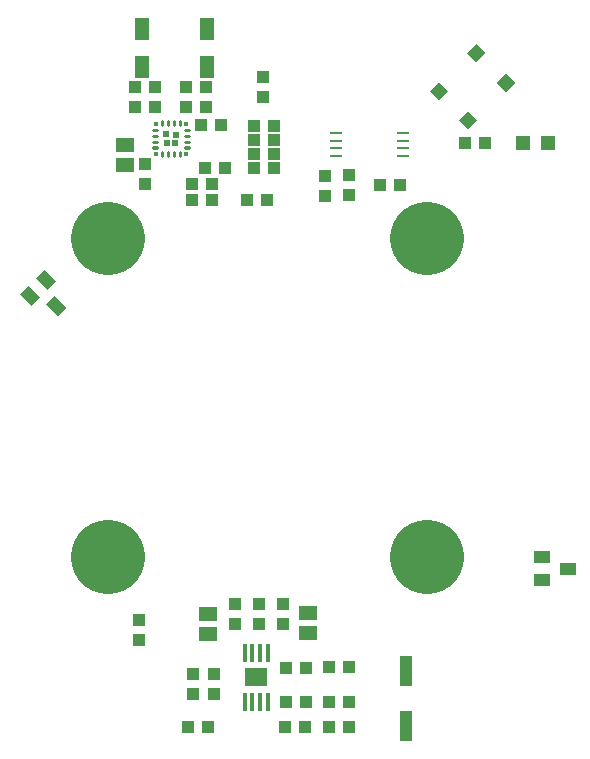
<source format=gtp>
G75*
%MOIN*%
%OFA0B0*%
%FSLAX24Y24*%
%IPPOS*%
%LPD*%
%AMOC8*
5,1,8,0,0,1.08239X$1,22.5*
%
%ADD10C,0.0105*%
%ADD11R,0.0134X0.0134*%
%ADD12R,0.0226X0.0231*%
%ADD13R,0.0225X0.0241*%
%ADD14R,0.0239X0.0240*%
%ADD15R,0.0242X0.0234*%
%ADD16R,0.0433X0.0394*%
%ADD17R,0.0394X0.0433*%
%ADD18R,0.0394X0.0098*%
%ADD19R,0.0591X0.0512*%
%ADD20R,0.0394X0.0551*%
%ADD21R,0.0433X0.0433*%
%ADD22R,0.0394X0.1024*%
%ADD23R,0.0512X0.0748*%
%ADD24R,0.0551X0.0394*%
%ADD25C,0.2417*%
%ADD26R,0.0157X0.0630*%
%ADD27R,0.0744X0.0618*%
%ADD28R,0.0472X0.0472*%
D10*
X010442Y021958D02*
X010448Y021958D01*
X010442Y021958D02*
X010442Y022094D01*
X010448Y022094D01*
X010448Y021958D01*
X010448Y022062D02*
X010442Y022062D01*
X010639Y021958D02*
X010645Y021958D01*
X010639Y021958D02*
X010639Y022094D01*
X010645Y022094D01*
X010645Y021958D01*
X010645Y022062D02*
X010639Y022062D01*
X010836Y021958D02*
X010842Y021958D01*
X010836Y021958D02*
X010836Y022094D01*
X010842Y022094D01*
X010842Y021958D01*
X010842Y022062D02*
X010836Y022062D01*
X011033Y021958D02*
X011039Y021958D01*
X011033Y021958D02*
X011033Y022094D01*
X011039Y022094D01*
X011039Y021958D01*
X011039Y022062D02*
X011033Y022062D01*
X011198Y022253D02*
X011198Y022259D01*
X011334Y022259D01*
X011334Y022253D01*
X011198Y022253D01*
X011198Y022450D02*
X011198Y022456D01*
X011334Y022456D01*
X011334Y022450D01*
X011198Y022450D01*
X011198Y022647D02*
X011198Y022653D01*
X011334Y022653D01*
X011334Y022647D01*
X011198Y022647D01*
X011198Y022844D02*
X011198Y022850D01*
X011334Y022850D01*
X011334Y022844D01*
X011198Y022844D01*
X011039Y023145D02*
X011033Y023145D01*
X011039Y023145D02*
X011039Y023009D01*
X011033Y023009D01*
X011033Y023145D01*
X011039Y023113D02*
X011033Y023113D01*
X010842Y023145D02*
X010836Y023145D01*
X010842Y023145D02*
X010842Y023009D01*
X010836Y023009D01*
X010836Y023145D01*
X010842Y023113D02*
X010836Y023113D01*
X010645Y023145D02*
X010639Y023145D01*
X010645Y023145D02*
X010645Y023009D01*
X010639Y023009D01*
X010639Y023145D01*
X010645Y023113D02*
X010639Y023113D01*
X010448Y023145D02*
X010442Y023145D01*
X010448Y023145D02*
X010448Y023009D01*
X010442Y023009D01*
X010442Y023145D01*
X010448Y023113D02*
X010442Y023113D01*
X010283Y022850D02*
X010283Y022844D01*
X010147Y022844D01*
X010147Y022850D01*
X010283Y022850D01*
X010283Y022653D02*
X010283Y022647D01*
X010147Y022647D01*
X010147Y022653D01*
X010283Y022653D01*
X010283Y022456D02*
X010283Y022450D01*
X010147Y022450D01*
X010147Y022456D01*
X010283Y022456D01*
X010283Y022259D02*
X010283Y022253D01*
X010147Y022253D01*
X010147Y022259D01*
X010283Y022259D01*
D11*
X010243Y022050D03*
X011239Y022054D03*
X011239Y023050D03*
X010243Y023050D03*
D12*
X010588Y022392D03*
D13*
X010587Y022691D03*
D14*
X010888Y022690D03*
D15*
X010886Y022396D03*
D16*
X011721Y022996D03*
X011906Y023615D03*
X012390Y022996D03*
X013516Y022985D03*
X013516Y022512D03*
X013516Y022040D03*
X013516Y021567D03*
X014185Y021567D03*
X014185Y022040D03*
X014185Y022512D03*
X014185Y022985D03*
X012532Y021567D03*
X011863Y021567D03*
X012099Y021056D03*
X012099Y020504D03*
X011430Y020504D03*
X011430Y021056D03*
X013280Y020504D03*
X013949Y020504D03*
X011237Y023615D03*
X011233Y024284D03*
X011902Y024284D03*
X010209Y024284D03*
X009540Y024284D03*
X009540Y023615D03*
X010209Y023615D03*
X017689Y021016D03*
X018359Y021016D03*
X020524Y022414D03*
X021193Y022414D03*
X016661Y004926D03*
X015992Y004926D03*
X015226Y004917D03*
X014556Y004917D03*
X014555Y003769D03*
X015224Y003769D03*
X015992Y003784D03*
X016661Y003784D03*
X016670Y002952D03*
X016001Y002952D03*
X015205Y002952D03*
X014536Y002952D03*
X011971Y002931D03*
X011302Y002931D03*
D17*
X011479Y004044D03*
X011479Y004713D03*
X012180Y004713D03*
X012180Y004044D03*
X012883Y006375D03*
X012883Y007045D03*
X013670Y007045D03*
X013670Y006375D03*
X014458Y006375D03*
X014458Y007045D03*
X009678Y006508D03*
X009678Y005839D03*
X015859Y020642D03*
X015859Y021311D03*
X016685Y021331D03*
X016685Y020662D03*
X013811Y023949D03*
X013811Y024619D03*
X009874Y021705D03*
X009874Y021036D03*
D18*
X016247Y021971D03*
X016247Y022227D03*
X016247Y022483D03*
X016247Y022739D03*
X018462Y022739D03*
X018462Y022483D03*
X018462Y022227D03*
X018462Y021971D03*
D19*
X009205Y021666D03*
X009205Y022335D03*
X011981Y006697D03*
X011981Y006028D03*
X015319Y006083D03*
X015319Y006752D03*
D20*
G36*
X006580Y017025D02*
X006858Y017303D01*
X007246Y016915D01*
X006968Y016637D01*
X006580Y017025D01*
G37*
G36*
X005703Y017373D02*
X005981Y017651D01*
X006369Y017263D01*
X006091Y016985D01*
X005703Y017373D01*
G37*
G36*
X006232Y017902D02*
X006510Y018180D01*
X006898Y017792D01*
X006620Y017514D01*
X006232Y017902D01*
G37*
D21*
G36*
X019361Y024145D02*
X019666Y024450D01*
X019971Y024145D01*
X019666Y023840D01*
X019361Y024145D01*
G37*
G36*
X020336Y023170D02*
X020641Y023475D01*
X020946Y023170D01*
X020641Y022865D01*
X020336Y023170D01*
G37*
G36*
X021588Y024423D02*
X021893Y024728D01*
X022198Y024423D01*
X021893Y024118D01*
X021588Y024423D01*
G37*
G36*
X020614Y025397D02*
X020919Y025702D01*
X021224Y025397D01*
X020919Y025092D01*
X020614Y025397D01*
G37*
D22*
X018556Y004800D03*
X018556Y002989D03*
D23*
X011941Y024945D03*
X011941Y026205D03*
X009776Y026205D03*
X009776Y024945D03*
D24*
X023103Y008595D03*
X023103Y007847D03*
X023969Y008221D03*
D25*
X008627Y008603D02*
X008603Y008603D01*
X008603Y008627D01*
X008627Y008627D01*
X008627Y008603D01*
X019232Y008603D02*
X019256Y008603D01*
X019232Y008603D02*
X019232Y008627D01*
X019256Y008627D01*
X019256Y008603D01*
X019256Y019232D02*
X019232Y019232D01*
X019232Y019256D01*
X019256Y019256D01*
X019256Y019232D01*
X008627Y019232D02*
X008603Y019232D01*
X008603Y019256D01*
X008627Y019256D01*
X008627Y019232D01*
D26*
X013191Y005420D03*
X013447Y005420D03*
X013703Y005420D03*
X013959Y005420D03*
X013959Y003767D03*
X013703Y003767D03*
X013447Y003767D03*
X013191Y003767D03*
D27*
X013575Y004593D03*
D28*
X022473Y022414D03*
X023300Y022414D03*
M02*

</source>
